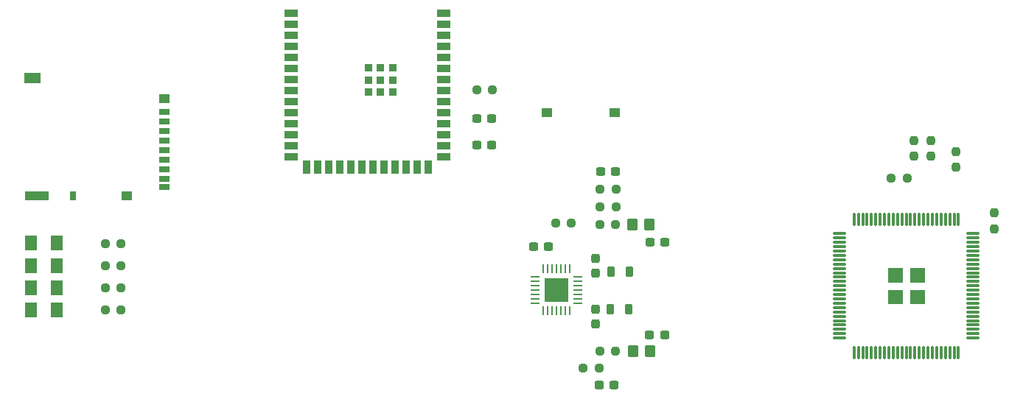
<source format=gbr>
%TF.GenerationSoftware,KiCad,Pcbnew,8.0.7*%
%TF.CreationDate,2025-01-02T03:14:04-08:00*%
%TF.ProjectId,expansionboardB,65787061-6e73-4696-9f6e-626f61726442,3*%
%TF.SameCoordinates,Original*%
%TF.FileFunction,Paste,Bot*%
%TF.FilePolarity,Positive*%
%FSLAX46Y46*%
G04 Gerber Fmt 4.6, Leading zero omitted, Abs format (unit mm)*
G04 Created by KiCad (PCBNEW 8.0.7) date 2025-01-02 03:14:04*
%MOMM*%
%LPD*%
G01*
G04 APERTURE LIST*
G04 Aperture macros list*
%AMRoundRect*
0 Rectangle with rounded corners*
0 $1 Rounding radius*
0 $2 $3 $4 $5 $6 $7 $8 $9 X,Y pos of 4 corners*
0 Add a 4 corners polygon primitive as box body*
4,1,4,$2,$3,$4,$5,$6,$7,$8,$9,$2,$3,0*
0 Add four circle primitives for the rounded corners*
1,1,$1+$1,$2,$3*
1,1,$1+$1,$4,$5*
1,1,$1+$1,$6,$7*
1,1,$1+$1,$8,$9*
0 Add four rect primitives between the rounded corners*
20,1,$1+$1,$2,$3,$4,$5,0*
20,1,$1+$1,$4,$5,$6,$7,0*
20,1,$1+$1,$6,$7,$8,$9,0*
20,1,$1+$1,$8,$9,$2,$3,0*%
G04 Aperture macros list end*
%ADD10C,0.000000*%
%ADD11C,0.010000*%
%ADD12RoundRect,0.250000X-0.350000X-0.450000X0.350000X-0.450000X0.350000X0.450000X-0.350000X0.450000X0*%
%ADD13RoundRect,0.237500X0.250000X0.237500X-0.250000X0.237500X-0.250000X-0.237500X0.250000X-0.237500X0*%
%ADD14RoundRect,0.237500X0.300000X0.237500X-0.300000X0.237500X-0.300000X-0.237500X0.300000X-0.237500X0*%
%ADD15RoundRect,0.237500X-0.237500X0.250000X-0.237500X-0.250000X0.237500X-0.250000X0.237500X0.250000X0*%
%ADD16RoundRect,0.218750X0.218750X0.381250X-0.218750X0.381250X-0.218750X-0.381250X0.218750X-0.381250X0*%
%ADD17R,0.900000X0.900000*%
%ADD18R,1.500000X0.900000*%
%ADD19R,0.900000X1.500000*%
%ADD20RoundRect,0.237500X0.237500X-0.300000X0.237500X0.300000X-0.237500X0.300000X-0.237500X-0.300000X0*%
%ADD21R,1.066800X0.254000*%
%ADD22R,0.254000X1.066800*%
%ADD23R,2.794000X2.794000*%
%ADD24RoundRect,0.250001X-0.462499X-0.624999X0.462499X-0.624999X0.462499X0.624999X-0.462499X0.624999X0*%
%ADD25R,1.200000X0.700000*%
%ADD26R,1.200000X1.000000*%
%ADD27R,2.800000X1.000000*%
%ADD28R,1.900000X1.300000*%
%ADD29R,0.800000X1.000000*%
%ADD30RoundRect,0.237500X-0.250000X-0.237500X0.250000X-0.237500X0.250000X0.237500X-0.250000X0.237500X0*%
%ADD31RoundRect,0.237500X-0.300000X-0.237500X0.300000X-0.237500X0.300000X0.237500X-0.300000X0.237500X0*%
%ADD32R,1.250000X1.000000*%
%ADD33RoundRect,0.035000X-0.700000X-0.105000X0.700000X-0.105000X0.700000X0.105000X-0.700000X0.105000X0*%
%ADD34RoundRect,0.035000X-0.105000X-0.700000X0.105000X-0.700000X0.105000X0.700000X-0.105000X0.700000X0*%
%ADD35RoundRect,0.237500X-0.237500X0.300000X-0.237500X-0.300000X0.237500X-0.300000X0.237500X0.300000X0*%
%ADD36RoundRect,0.237500X0.237500X-0.250000X0.237500X0.250000X-0.237500X0.250000X-0.237500X-0.250000X0*%
G04 APERTURE END LIST*
D10*
%TO.C,U7*%
G36*
X83650000Y-73850700D02*
G01*
X82453000Y-73850700D01*
X82453000Y-72653700D01*
X83650000Y-72653700D01*
X83650000Y-73850700D01*
G37*
G36*
X83650000Y-75247700D02*
G01*
X82453000Y-75247700D01*
X82453000Y-74050700D01*
X83650000Y-74050700D01*
X83650000Y-75247700D01*
G37*
G36*
X85047000Y-73850700D02*
G01*
X83850000Y-73850700D01*
X83850000Y-72653700D01*
X85047000Y-72653700D01*
X85047000Y-73850700D01*
G37*
G36*
X85047000Y-75247700D02*
G01*
X83850000Y-75247700D01*
X83850000Y-74050700D01*
X85047000Y-74050700D01*
X85047000Y-75247700D01*
G37*
D11*
%TO.C,U5*%
X123465000Y-73020000D02*
X121885000Y-73020000D01*
X121885000Y-71440000D01*
X123465000Y-71440000D01*
X123465000Y-73020000D01*
G36*
X123465000Y-73020000D02*
G01*
X121885000Y-73020000D01*
X121885000Y-71440000D01*
X123465000Y-71440000D01*
X123465000Y-73020000D01*
G37*
X123465000Y-75520000D02*
X121885000Y-75520000D01*
X121885000Y-73940000D01*
X123465000Y-73940000D01*
X123465000Y-75520000D01*
G36*
X123465000Y-75520000D02*
G01*
X121885000Y-75520000D01*
X121885000Y-73940000D01*
X123465000Y-73940000D01*
X123465000Y-75520000D01*
G37*
X125965000Y-73020000D02*
X124385000Y-73020000D01*
X124385000Y-71440000D01*
X125965000Y-71440000D01*
X125965000Y-73020000D01*
G36*
X125965000Y-73020000D02*
G01*
X124385000Y-73020000D01*
X124385000Y-71440000D01*
X125965000Y-71440000D01*
X125965000Y-73020000D01*
G37*
X125965000Y-75520000D02*
X124385000Y-75520000D01*
X124385000Y-73940000D01*
X125965000Y-73940000D01*
X125965000Y-75520000D01*
G36*
X125965000Y-75520000D02*
G01*
X124385000Y-75520000D01*
X124385000Y-73940000D01*
X125965000Y-73940000D01*
X125965000Y-75520000D01*
G37*
%TD*%
D12*
%TO.C,FB3*%
X92456000Y-66421000D03*
X94456000Y-66421000D03*
%TD*%
D13*
%TO.C,R11*%
X88650000Y-82925000D03*
X86825000Y-82925000D03*
%TD*%
D14*
%TO.C,C12*%
X82850000Y-69000000D03*
X81125000Y-69000000D03*
%TD*%
D15*
%TO.C,R13*%
X126746000Y-56745500D03*
X126746000Y-58570500D03*
%TD*%
D16*
%TO.C,L1*%
X92121500Y-71882000D03*
X89996500Y-71882000D03*
%TD*%
D15*
%TO.C,R8*%
X124841000Y-56769000D03*
X124841000Y-58594000D03*
%TD*%
D14*
%TO.C,C4*%
X76300000Y-54200000D03*
X74575000Y-54200000D03*
%TD*%
D17*
%TO.C,U1*%
X64950000Y-51220000D03*
X64950000Y-49820000D03*
X64950000Y-48420000D03*
X63550000Y-51220000D03*
X63550000Y-49820000D03*
X63550000Y-48420000D03*
X62150000Y-51220000D03*
X62150000Y-49820000D03*
X62150000Y-48420000D03*
D18*
X70800000Y-42100000D03*
X70800000Y-43370000D03*
X70800000Y-44640000D03*
X70800000Y-45910000D03*
X70800000Y-47180000D03*
X70800000Y-48450000D03*
X70800000Y-49720000D03*
X70800000Y-50990000D03*
X70800000Y-52260000D03*
X70800000Y-53530000D03*
X70800000Y-54800000D03*
X70800000Y-56070000D03*
X70800000Y-57340000D03*
X70800000Y-58610000D03*
D19*
X69035000Y-59860000D03*
X67765000Y-59860000D03*
X66495000Y-59860000D03*
X65225000Y-59860000D03*
X63955000Y-59860000D03*
X62685000Y-59860000D03*
X61415000Y-59860000D03*
X60145000Y-59860000D03*
X58875000Y-59860000D03*
X57605000Y-59860000D03*
X56335000Y-59860000D03*
X55065000Y-59860000D03*
D18*
X53300000Y-58610000D03*
X53300000Y-57340000D03*
X53300000Y-56070000D03*
X53300000Y-54800000D03*
X53300000Y-53530000D03*
X53300000Y-52260000D03*
X53300000Y-50990000D03*
X53300000Y-49720000D03*
X53300000Y-48450000D03*
X53300000Y-47180000D03*
X53300000Y-45910000D03*
X53300000Y-44640000D03*
X53300000Y-43370000D03*
X53300000Y-42100000D03*
%TD*%
D20*
%TO.C,C3*%
X88200000Y-77850000D03*
X88200000Y-76125000D03*
%TD*%
D21*
%TO.C,U7*%
X86175700Y-72450700D03*
X86175700Y-72950699D03*
X86175700Y-73450701D03*
X86175700Y-73950700D03*
X86175700Y-74450699D03*
X86175700Y-74950701D03*
X86175700Y-75450700D03*
D22*
X85250000Y-76376400D03*
X84750001Y-76376400D03*
X84249999Y-76376400D03*
X83750000Y-76376400D03*
X83250001Y-76376400D03*
X82749999Y-76376400D03*
X82250000Y-76376400D03*
D21*
X81324300Y-75450700D03*
X81324300Y-74950701D03*
X81324300Y-74450699D03*
X81324300Y-73950700D03*
X81324300Y-73450701D03*
X81324300Y-72950699D03*
X81324300Y-72450700D03*
D22*
X82250000Y-71525000D03*
X82749999Y-71525000D03*
X83250001Y-71525000D03*
X83750000Y-71525000D03*
X84249999Y-71525000D03*
X84750001Y-71525000D03*
X85250000Y-71525000D03*
D23*
X83750000Y-73950700D03*
%TD*%
D13*
%TO.C,R6*%
X33750000Y-68630000D03*
X31925000Y-68630000D03*
%TD*%
D14*
%TO.C,C5*%
X76300000Y-57300000D03*
X74575000Y-57300000D03*
%TD*%
D24*
%TO.C,D4*%
X23387500Y-71170000D03*
X26362500Y-71170000D03*
%TD*%
D25*
%TO.C,CRD1*%
X38671200Y-53492000D03*
X38671200Y-54592000D03*
X38671200Y-55692000D03*
X38671200Y-56792000D03*
X38671200Y-57892000D03*
X38671200Y-58992000D03*
X38671200Y-60092000D03*
X38671200Y-61192000D03*
D26*
X34371200Y-63092000D03*
D27*
X24021200Y-63092000D03*
D28*
X23571200Y-49592000D03*
D26*
X38671200Y-51942000D03*
D29*
X28171200Y-63092000D03*
D25*
X38671200Y-62142000D03*
%TD*%
D16*
%TO.C,L2*%
X92075000Y-76200000D03*
X89950000Y-76200000D03*
%TD*%
D13*
%TO.C,R4*%
X33750000Y-73710000D03*
X31925000Y-73710000D03*
%TD*%
%TO.C,R12*%
X85471000Y-66294000D03*
X83646000Y-66294000D03*
%TD*%
D24*
%TO.C,D5*%
X23387500Y-68581834D03*
X26362500Y-68581834D03*
%TD*%
D13*
%TO.C,R14*%
X124037500Y-61100000D03*
X122212500Y-61100000D03*
%TD*%
%TO.C,R3*%
X33750000Y-76250000D03*
X31925000Y-76250000D03*
%TD*%
D14*
%TO.C,C1*%
X90551000Y-60325000D03*
X88826000Y-60325000D03*
%TD*%
D13*
%TO.C,R2*%
X76400000Y-50900000D03*
X74575000Y-50900000D03*
%TD*%
D30*
%TO.C,R15*%
X88749500Y-64389000D03*
X90574500Y-64389000D03*
%TD*%
D13*
%TO.C,R5*%
X33750000Y-71170000D03*
X31925000Y-71170000D03*
%TD*%
D24*
%TO.C,D2*%
X23389428Y-76267312D03*
X26364428Y-76267312D03*
%TD*%
D13*
%TO.C,R1*%
X90550000Y-66400000D03*
X88725000Y-66400000D03*
%TD*%
D12*
%TO.C,FB2*%
X92518500Y-81026000D03*
X94518500Y-81026000D03*
%TD*%
D13*
%TO.C,R16*%
X90574500Y-62357000D03*
X88749500Y-62357000D03*
%TD*%
D31*
%TO.C,C7*%
X94439400Y-79095600D03*
X96164400Y-79095600D03*
%TD*%
D32*
%TO.C,SW4*%
X90400000Y-53600000D03*
X82650000Y-53600000D03*
%TD*%
D31*
%TO.C,C10*%
X94464800Y-68478400D03*
X96189800Y-68478400D03*
%TD*%
D33*
%TO.C,U5*%
X116255000Y-79480000D03*
X116255000Y-78980000D03*
X116255000Y-78480000D03*
X116255000Y-77980000D03*
X116255000Y-77480000D03*
X116255000Y-76980000D03*
X116255000Y-76480000D03*
X116255000Y-75980000D03*
X116255000Y-75480000D03*
X116255000Y-74980000D03*
X116255000Y-74480000D03*
X116255000Y-73980000D03*
X116255000Y-73480000D03*
X116255000Y-72980000D03*
X116255000Y-72480000D03*
X116255000Y-71980000D03*
X116255000Y-71480000D03*
X116255000Y-70980000D03*
X116255000Y-70480000D03*
X116255000Y-69980000D03*
X116255000Y-69480000D03*
X116255000Y-68980000D03*
X116255000Y-68480000D03*
X116255000Y-67980000D03*
X116255000Y-67480000D03*
D34*
X117925000Y-65810000D03*
X118425000Y-65810000D03*
X118925000Y-65810000D03*
X119425000Y-65810000D03*
X119925000Y-65810000D03*
X120425000Y-65810000D03*
X120925000Y-65810000D03*
X121425000Y-65810000D03*
X121925000Y-65810000D03*
X122425000Y-65810000D03*
X122925000Y-65810000D03*
X123425000Y-65810000D03*
X123925000Y-65810000D03*
X124425000Y-65810000D03*
X124925000Y-65810000D03*
X125425000Y-65810000D03*
X125925000Y-65810000D03*
X126425000Y-65810000D03*
X126925000Y-65810000D03*
X127425000Y-65810000D03*
X127925000Y-65810000D03*
X128425000Y-65810000D03*
X128925000Y-65810000D03*
X129425000Y-65810000D03*
X129925000Y-65810000D03*
D33*
X131595000Y-67480000D03*
X131595000Y-67980000D03*
X131595000Y-68480000D03*
X131595000Y-68980000D03*
X131595000Y-69480000D03*
X131595000Y-69980000D03*
X131595000Y-70480000D03*
X131595000Y-70980000D03*
X131595000Y-71480000D03*
X131595000Y-71980000D03*
X131595000Y-72480000D03*
X131595000Y-72980000D03*
X131595000Y-73480000D03*
X131595000Y-73980000D03*
X131595000Y-74480000D03*
X131595000Y-74980000D03*
X131595000Y-75480000D03*
X131595000Y-75980000D03*
X131595000Y-76480000D03*
X131595000Y-76980000D03*
X131595000Y-77480000D03*
X131595000Y-77980000D03*
X131595000Y-78480000D03*
X131595000Y-78980000D03*
X131595000Y-79480000D03*
D34*
X129925000Y-81150000D03*
X129425000Y-81150000D03*
X128925000Y-81150000D03*
X128425000Y-81150000D03*
X127925000Y-81150000D03*
X127425000Y-81150000D03*
X126925000Y-81150000D03*
X126425000Y-81150000D03*
X125925000Y-81150000D03*
X125425000Y-81150000D03*
X124925000Y-81150000D03*
X124425000Y-81150000D03*
X123925000Y-81150000D03*
X123425000Y-81150000D03*
X122925000Y-81150000D03*
X122425000Y-81150000D03*
X121925000Y-81150000D03*
X121425000Y-81150000D03*
X120925000Y-81150000D03*
X120425000Y-81150000D03*
X119925000Y-81150000D03*
X119425000Y-81150000D03*
X118925000Y-81150000D03*
X118425000Y-81150000D03*
X117925000Y-81150000D03*
%TD*%
D35*
%TO.C,C2*%
X88200000Y-70300000D03*
X88200000Y-72025000D03*
%TD*%
D24*
%TO.C,D3*%
X23387500Y-73710000D03*
X26362500Y-73710000D03*
%TD*%
D14*
%TO.C,C6*%
X90362500Y-84925000D03*
X88637500Y-84925000D03*
%TD*%
D36*
%TO.C,R9*%
X134075000Y-66925000D03*
X134075000Y-65100000D03*
%TD*%
%TO.C,R7*%
X129667000Y-59840500D03*
X129667000Y-58015500D03*
%TD*%
D13*
%TO.C,R10*%
X90550000Y-81005000D03*
X88725000Y-81005000D03*
%TD*%
M02*

</source>
